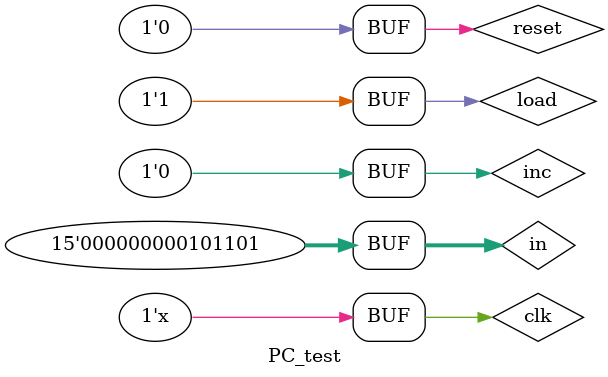
<source format=v>
`timescale 1ns / 1ps

module PC_test;

	// Inputs
	reg [14:0] in;
	reg inc;
	reg load;
	reg reset;
	reg clk;

	// Outputs
	wire [14:0] out;

	// Instantiate the Unit Under Test (UUT)
	PC_behavioural uut (
		.in(in), 
		.inc(inc), 
		.load(load), 
		.reset(reset), 
		.clk(clk), 
		.out(out)
	);
	always #20 clk=~clk;
	initial begin
		// Initialize Inputs
		in = 0;
		inc = 0;
		load = 0;
		reset = 0;
		clk = 0;
		#10;
		in=45;
		#40;
		load=1;
		#40;
		load=0;
		#90;
		inc=1;
		#40;
		inc=0;
		#120;
		load=1;
	end
      
endmodule


</source>
